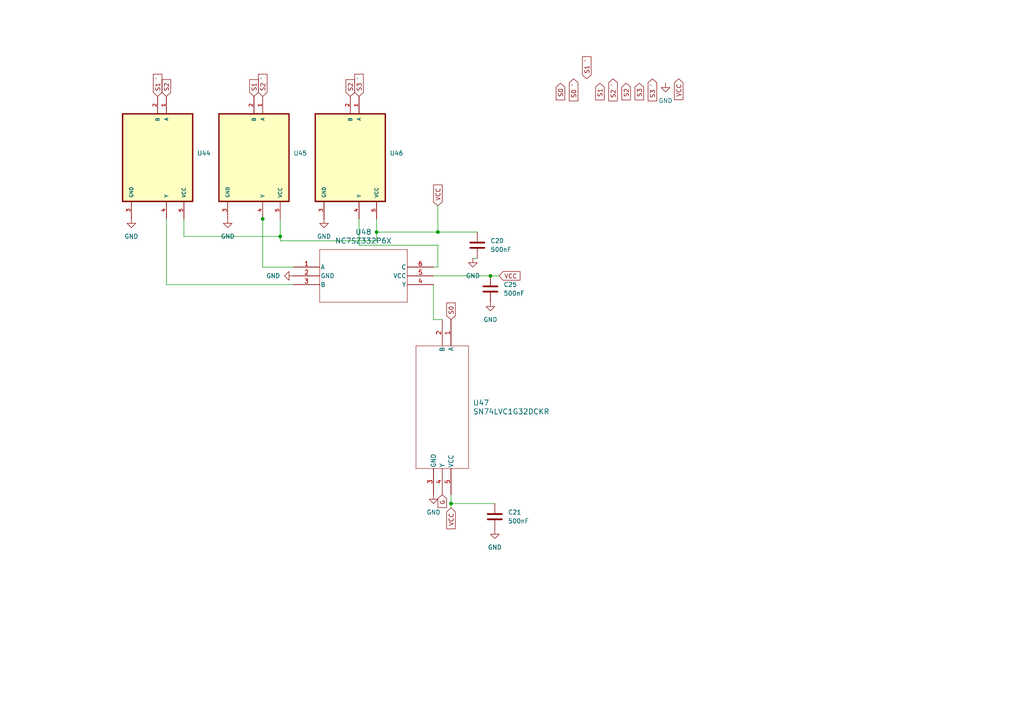
<source format=kicad_sch>
(kicad_sch
	(version 20231120)
	(generator "eeschema")
	(generator_version "8.0")
	(uuid "e82e00aa-c440-4f35-a70a-ee677fe30129")
	(paper "A4")
	(lib_symbols
		(symbol "2-INPUT AND:SN74LVC1G08DBVR"
			(pin_names
				(offset 1.016)
			)
			(exclude_from_sim no)
			(in_bom yes)
			(on_board yes)
			(property "Reference" "U"
				(at -12.7 11.16 0)
				(effects
					(font
						(size 1.27 1.27)
					)
					(justify left bottom)
				)
			)
			(property "Value" "SN74LVC1G08DBVR"
				(at -12.7 -14.16 0)
				(effects
					(font
						(size 1.27 1.27)
					)
					(justify left bottom)
				)
			)
			(property "Footprint" "SN74LVC1G08DBVR:SOT95P280X145-5N"
				(at 0 0 0)
				(effects
					(font
						(size 1.27 1.27)
					)
					(justify bottom)
					(hide yes)
				)
			)
			(property "Datasheet" ""
				(at 0 0 0)
				(effects
					(font
						(size 1.27 1.27)
					)
					(hide yes)
				)
			)
			(property "Description" ""
				(at 0 0 0)
				(effects
					(font
						(size 1.27 1.27)
					)
					(hide yes)
				)
			)
			(symbol "SN74LVC1G08DBVR_0_0"
				(rectangle
					(start -12.7 -10.16)
					(end 12.7 10.16)
					(stroke
						(width 0.41)
						(type default)
					)
					(fill
						(type background)
					)
				)
				(pin input line
					(at -17.78 2.54 0)
					(length 5.08)
					(name "A"
						(effects
							(font
								(size 1.016 1.016)
							)
						)
					)
					(number "1"
						(effects
							(font
								(size 1.016 1.016)
							)
						)
					)
				)
				(pin input line
					(at -17.78 0 0)
					(length 5.08)
					(name "B"
						(effects
							(font
								(size 1.016 1.016)
							)
						)
					)
					(number "2"
						(effects
							(font
								(size 1.016 1.016)
							)
						)
					)
				)
				(pin power_in line
					(at 17.78 -7.62 180)
					(length 5.08)
					(name "GND"
						(effects
							(font
								(size 1.016 1.016)
							)
						)
					)
					(number "3"
						(effects
							(font
								(size 1.016 1.016)
							)
						)
					)
				)
				(pin output line
					(at 17.78 2.54 180)
					(length 5.08)
					(name "Y"
						(effects
							(font
								(size 1.016 1.016)
							)
						)
					)
					(number "4"
						(effects
							(font
								(size 1.016 1.016)
							)
						)
					)
				)
				(pin power_in line
					(at 17.78 7.62 180)
					(length 5.08)
					(name "VCC"
						(effects
							(font
								(size 1.016 1.016)
							)
						)
					)
					(number "5"
						(effects
							(font
								(size 1.016 1.016)
							)
						)
					)
				)
			)
		)
		(symbol "2-INPUT OR:SN74LVC1G32DCKR"
			(pin_names
				(offset 0.254)
			)
			(exclude_from_sim no)
			(in_bom yes)
			(on_board yes)
			(property "Reference" "U"
				(at 25.4 10.16 0)
				(effects
					(font
						(size 1.524 1.524)
					)
				)
			)
			(property "Value" "SN74LVC1G32DCKR"
				(at 25.4 7.62 0)
				(effects
					(font
						(size 1.524 1.524)
					)
				)
			)
			(property "Footprint" "DCK5"
				(at 0 0 0)
				(effects
					(font
						(size 1.27 1.27)
						(italic yes)
					)
					(hide yes)
				)
			)
			(property "Datasheet" "SN74LVC1G32DCKR"
				(at 0 0 0)
				(effects
					(font
						(size 1.27 1.27)
						(italic yes)
					)
					(hide yes)
				)
			)
			(property "Description" ""
				(at 0 0 0)
				(effects
					(font
						(size 1.27 1.27)
					)
					(hide yes)
				)
			)
			(property "ki_locked" ""
				(at 0 0 0)
				(effects
					(font
						(size 1.27 1.27)
					)
				)
			)
			(property "ki_keywords" "SN74LVC1G32DCKR"
				(at 0 0 0)
				(effects
					(font
						(size 1.27 1.27)
					)
					(hide yes)
				)
			)
			(property "ki_fp_filters" "DCK5 DCK5-M DCK5-L"
				(at 0 0 0)
				(effects
					(font
						(size 1.27 1.27)
					)
					(hide yes)
				)
			)
			(symbol "SN74LVC1G32DCKR_0_1"
				(polyline
					(pts
						(xy 7.62 -10.16) (xy 43.18 -10.16)
					)
					(stroke
						(width 0.127)
						(type default)
					)
					(fill
						(type none)
					)
				)
				(polyline
					(pts
						(xy 7.62 5.08) (xy 7.62 -10.16)
					)
					(stroke
						(width 0.127)
						(type default)
					)
					(fill
						(type none)
					)
				)
				(polyline
					(pts
						(xy 43.18 -10.16) (xy 43.18 5.08)
					)
					(stroke
						(width 0.127)
						(type default)
					)
					(fill
						(type none)
					)
				)
				(polyline
					(pts
						(xy 43.18 5.08) (xy 7.62 5.08)
					)
					(stroke
						(width 0.127)
						(type default)
					)
					(fill
						(type none)
					)
				)
				(pin input line
					(at 0 0 0)
					(length 7.62)
					(name "A"
						(effects
							(font
								(size 1.27 1.27)
							)
						)
					)
					(number "1"
						(effects
							(font
								(size 1.27 1.27)
							)
						)
					)
				)
				(pin input line
					(at 0 -2.54 0)
					(length 7.62)
					(name "B"
						(effects
							(font
								(size 1.27 1.27)
							)
						)
					)
					(number "2"
						(effects
							(font
								(size 1.27 1.27)
							)
						)
					)
				)
				(pin power_in line
					(at 50.8 -5.08 180)
					(length 7.62)
					(name "GND"
						(effects
							(font
								(size 1.27 1.27)
							)
						)
					)
					(number "3"
						(effects
							(font
								(size 1.27 1.27)
							)
						)
					)
				)
				(pin output line
					(at 50.8 -2.54 180)
					(length 7.62)
					(name "Y"
						(effects
							(font
								(size 1.27 1.27)
							)
						)
					)
					(number "4"
						(effects
							(font
								(size 1.27 1.27)
							)
						)
					)
				)
				(pin power_in line
					(at 50.8 0 180)
					(length 7.62)
					(name "VCC"
						(effects
							(font
								(size 1.27 1.27)
							)
						)
					)
					(number "5"
						(effects
							(font
								(size 1.27 1.27)
							)
						)
					)
				)
			)
		)
		(symbol "3-INPUT OR:NC7SZ332P6X"
			(pin_names
				(offset 0.254)
			)
			(exclude_from_sim no)
			(in_bom yes)
			(on_board yes)
			(property "Reference" "U"
				(at 20.32 10.16 0)
				(effects
					(font
						(size 1.524 1.524)
					)
				)
			)
			(property "Value" "NC7SZ332P6X"
				(at 20.32 7.62 0)
				(effects
					(font
						(size 1.524 1.524)
					)
				)
			)
			(property "Footprint" "SC70-6_FAS"
				(at 0 0 0)
				(effects
					(font
						(size 1.27 1.27)
						(italic yes)
					)
					(hide yes)
				)
			)
			(property "Datasheet" "NC7SZ332P6X"
				(at 0 0 0)
				(effects
					(font
						(size 1.27 1.27)
						(italic yes)
					)
					(hide yes)
				)
			)
			(property "Description" ""
				(at 0 0 0)
				(effects
					(font
						(size 1.27 1.27)
					)
					(hide yes)
				)
			)
			(property "ki_locked" ""
				(at 0 0 0)
				(effects
					(font
						(size 1.27 1.27)
					)
				)
			)
			(property "ki_keywords" "NC7SZ332P6X"
				(at 0 0 0)
				(effects
					(font
						(size 1.27 1.27)
					)
					(hide yes)
				)
			)
			(property "ki_fp_filters" "SC70-6_FAS SC70-6_FAS-M SC70-6_FAS-L"
				(at 0 0 0)
				(effects
					(font
						(size 1.27 1.27)
					)
					(hide yes)
				)
			)
			(symbol "NC7SZ332P6X_0_1"
				(polyline
					(pts
						(xy 7.62 -10.16) (xy 33.02 -10.16)
					)
					(stroke
						(width 0.127)
						(type default)
					)
					(fill
						(type none)
					)
				)
				(polyline
					(pts
						(xy 7.62 5.08) (xy 7.62 -10.16)
					)
					(stroke
						(width 0.127)
						(type default)
					)
					(fill
						(type none)
					)
				)
				(polyline
					(pts
						(xy 33.02 -10.16) (xy 33.02 5.08)
					)
					(stroke
						(width 0.127)
						(type default)
					)
					(fill
						(type none)
					)
				)
				(polyline
					(pts
						(xy 33.02 5.08) (xy 7.62 5.08)
					)
					(stroke
						(width 0.127)
						(type default)
					)
					(fill
						(type none)
					)
				)
				(pin input line
					(at 0 0 0)
					(length 7.62)
					(name "A"
						(effects
							(font
								(size 1.27 1.27)
							)
						)
					)
					(number "1"
						(effects
							(font
								(size 1.27 1.27)
							)
						)
					)
				)
				(pin power_in line
					(at 0 -2.54 0)
					(length 7.62)
					(name "GND"
						(effects
							(font
								(size 1.27 1.27)
							)
						)
					)
					(number "2"
						(effects
							(font
								(size 1.27 1.27)
							)
						)
					)
				)
				(pin input line
					(at 0 -5.08 0)
					(length 7.62)
					(name "B"
						(effects
							(font
								(size 1.27 1.27)
							)
						)
					)
					(number "3"
						(effects
							(font
								(size 1.27 1.27)
							)
						)
					)
				)
				(pin output line
					(at 40.64 -5.08 180)
					(length 7.62)
					(name "Y"
						(effects
							(font
								(size 1.27 1.27)
							)
						)
					)
					(number "4"
						(effects
							(font
								(size 1.27 1.27)
							)
						)
					)
				)
				(pin power_in line
					(at 40.64 -2.54 180)
					(length 7.62)
					(name "VCC"
						(effects
							(font
								(size 1.27 1.27)
							)
						)
					)
					(number "5"
						(effects
							(font
								(size 1.27 1.27)
							)
						)
					)
				)
				(pin input line
					(at 40.64 0 180)
					(length 7.62)
					(name "C"
						(effects
							(font
								(size 1.27 1.27)
							)
						)
					)
					(number "6"
						(effects
							(font
								(size 1.27 1.27)
							)
						)
					)
				)
			)
		)
		(symbol "Device:C"
			(pin_numbers hide)
			(pin_names
				(offset 0.254)
			)
			(exclude_from_sim no)
			(in_bom yes)
			(on_board yes)
			(property "Reference" "C"
				(at 0.635 2.54 0)
				(effects
					(font
						(size 1.27 1.27)
					)
					(justify left)
				)
			)
			(property "Value" "C"
				(at 0.635 -2.54 0)
				(effects
					(font
						(size 1.27 1.27)
					)
					(justify left)
				)
			)
			(property "Footprint" ""
				(at 0.9652 -3.81 0)
				(effects
					(font
						(size 1.27 1.27)
					)
					(hide yes)
				)
			)
			(property "Datasheet" "~"
				(at 0 0 0)
				(effects
					(font
						(size 1.27 1.27)
					)
					(hide yes)
				)
			)
			(property "Description" "Unpolarized capacitor"
				(at 0 0 0)
				(effects
					(font
						(size 1.27 1.27)
					)
					(hide yes)
				)
			)
			(property "ki_keywords" "cap capacitor"
				(at 0 0 0)
				(effects
					(font
						(size 1.27 1.27)
					)
					(hide yes)
				)
			)
			(property "ki_fp_filters" "C_*"
				(at 0 0 0)
				(effects
					(font
						(size 1.27 1.27)
					)
					(hide yes)
				)
			)
			(symbol "C_0_1"
				(polyline
					(pts
						(xy -2.032 -0.762) (xy 2.032 -0.762)
					)
					(stroke
						(width 0.508)
						(type default)
					)
					(fill
						(type none)
					)
				)
				(polyline
					(pts
						(xy -2.032 0.762) (xy 2.032 0.762)
					)
					(stroke
						(width 0.508)
						(type default)
					)
					(fill
						(type none)
					)
				)
			)
			(symbol "C_1_1"
				(pin passive line
					(at 0 3.81 270)
					(length 2.794)
					(name "~"
						(effects
							(font
								(size 1.27 1.27)
							)
						)
					)
					(number "1"
						(effects
							(font
								(size 1.27 1.27)
							)
						)
					)
				)
				(pin passive line
					(at 0 -3.81 90)
					(length 2.794)
					(name "~"
						(effects
							(font
								(size 1.27 1.27)
							)
						)
					)
					(number "2"
						(effects
							(font
								(size 1.27 1.27)
							)
						)
					)
				)
			)
		)
		(symbol "power:GND"
			(power)
			(pin_numbers hide)
			(pin_names
				(offset 0) hide)
			(exclude_from_sim no)
			(in_bom yes)
			(on_board yes)
			(property "Reference" "#PWR"
				(at 0 -6.35 0)
				(effects
					(font
						(size 1.27 1.27)
					)
					(hide yes)
				)
			)
			(property "Value" "GND"
				(at 0 -3.81 0)
				(effects
					(font
						(size 1.27 1.27)
					)
				)
			)
			(property "Footprint" ""
				(at 0 0 0)
				(effects
					(font
						(size 1.27 1.27)
					)
					(hide yes)
				)
			)
			(property "Datasheet" ""
				(at 0 0 0)
				(effects
					(font
						(size 1.27 1.27)
					)
					(hide yes)
				)
			)
			(property "Description" "Power symbol creates a global label with name \"GND\" , ground"
				(at 0 0 0)
				(effects
					(font
						(size 1.27 1.27)
					)
					(hide yes)
				)
			)
			(property "ki_keywords" "global power"
				(at 0 0 0)
				(effects
					(font
						(size 1.27 1.27)
					)
					(hide yes)
				)
			)
			(symbol "GND_0_1"
				(polyline
					(pts
						(xy 0 0) (xy 0 -1.27) (xy 1.27 -1.27) (xy 0 -2.54) (xy -1.27 -1.27) (xy 0 -1.27)
					)
					(stroke
						(width 0)
						(type default)
					)
					(fill
						(type none)
					)
				)
			)
			(symbol "GND_1_1"
				(pin power_in line
					(at 0 0 270)
					(length 0)
					(name "~"
						(effects
							(font
								(size 1.27 1.27)
							)
						)
					)
					(number "1"
						(effects
							(font
								(size 1.27 1.27)
							)
						)
					)
				)
			)
		)
	)
	(junction
		(at 109.22 67.31)
		(diameter 0)
		(color 0 0 0 0)
		(uuid "358f45f6-91fb-4772-a50b-b156b0d302fc")
	)
	(junction
		(at 142.24 80.01)
		(diameter 0)
		(color 0 0 0 0)
		(uuid "74eadf22-22db-4411-b655-26c657e02ca1")
	)
	(junction
		(at 81.28 68.58)
		(diameter 0)
		(color 0 0 0 0)
		(uuid "93270f80-32e4-42ba-b421-bf265f6680eb")
	)
	(junction
		(at 76.2 63.5)
		(diameter 0)
		(color 0 0 0 0)
		(uuid "ddb318c7-4d9e-4bed-a04f-3ab4381e0b74")
	)
	(junction
		(at 130.81 146.05)
		(diameter 0)
		(color 0 0 0 0)
		(uuid "eaf35cc8-68e8-430f-911d-c44cf8a74ac4")
	)
	(junction
		(at 127 67.31)
		(diameter 0)
		(color 0 0 0 0)
		(uuid "f1e3e32c-9bd3-4531-b0c9-5511831deea9")
	)
	(wire
		(pts
			(xy 109.22 63.5) (xy 109.22 67.31)
		)
		(stroke
			(width 0)
			(type default)
		)
		(uuid "13fe4b47-3e0c-4ab0-9d6a-03b896433f39")
	)
	(wire
		(pts
			(xy 142.24 80.01) (xy 125.73 80.01)
		)
		(stroke
			(width 0)
			(type default)
		)
		(uuid "1fa20a0b-cf14-4fcb-be0f-69b28032b30b")
	)
	(wire
		(pts
			(xy 104.14 63.5) (xy 104.14 71.12)
		)
		(stroke
			(width 0)
			(type default)
		)
		(uuid "2ceb4073-0441-480b-89ce-f4573703ad06")
	)
	(wire
		(pts
			(xy 76.2 77.47) (xy 85.09 77.47)
		)
		(stroke
			(width 0)
			(type default)
		)
		(uuid "3044dd93-3b7f-471a-9781-9708cfd83b8e")
	)
	(wire
		(pts
			(xy 104.14 71.12) (xy 127 71.12)
		)
		(stroke
			(width 0)
			(type default)
		)
		(uuid "38ca2d35-1064-43f2-be34-27138f20e7aa")
	)
	(wire
		(pts
			(xy 127 77.47) (xy 125.73 77.47)
		)
		(stroke
			(width 0)
			(type default)
		)
		(uuid "3e25a4bf-d305-4b69-91cd-61b685f889c4")
	)
	(wire
		(pts
			(xy 125.73 92.71) (xy 128.27 92.71)
		)
		(stroke
			(width 0)
			(type default)
		)
		(uuid "4a933da5-2bac-4912-b614-6509d06cecc2")
	)
	(wire
		(pts
			(xy 109.22 67.31) (xy 127 67.31)
		)
		(stroke
			(width 0)
			(type default)
		)
		(uuid "5de54844-46e0-43fd-8d1e-b24e71b3bd3f")
	)
	(wire
		(pts
			(xy 127 71.12) (xy 127 77.47)
		)
		(stroke
			(width 0)
			(type default)
		)
		(uuid "6da5375f-2cad-4def-ae3c-ce01586570db")
	)
	(wire
		(pts
			(xy 130.81 143.51) (xy 130.81 146.05)
		)
		(stroke
			(width 0)
			(type default)
		)
		(uuid "81877286-4f9c-431a-a19b-5d3812872f11")
	)
	(wire
		(pts
			(xy 109.22 69.85) (xy 81.28 69.85)
		)
		(stroke
			(width 0)
			(type default)
		)
		(uuid "84261821-ebd5-4310-8bfe-0c998ebdcf30")
	)
	(wire
		(pts
			(xy 48.26 63.5) (xy 48.26 82.55)
		)
		(stroke
			(width 0)
			(type default)
		)
		(uuid "85db3da6-9622-4ff4-ae4a-506ef86b9b03")
	)
	(wire
		(pts
			(xy 48.26 82.55) (xy 85.09 82.55)
		)
		(stroke
			(width 0)
			(type default)
		)
		(uuid "8be7a063-7c23-4e94-84bb-22bbfbc2be22")
	)
	(wire
		(pts
			(xy 125.73 82.55) (xy 125.73 92.71)
		)
		(stroke
			(width 0)
			(type default)
		)
		(uuid "8efa58ad-6c37-4e73-b541-ef9cb9d3adef")
	)
	(wire
		(pts
			(xy 144.78 80.01) (xy 142.24 80.01)
		)
		(stroke
			(width 0)
			(type default)
		)
		(uuid "909792c2-198e-49a7-b372-f1708bcc1ea7")
	)
	(wire
		(pts
			(xy 127 67.31) (xy 138.43 67.31)
		)
		(stroke
			(width 0)
			(type default)
		)
		(uuid "964119d1-3b67-47a8-a666-38fb2e5ef699")
	)
	(wire
		(pts
			(xy 53.34 68.58) (xy 81.28 68.58)
		)
		(stroke
			(width 0)
			(type default)
		)
		(uuid "aa4f7068-d06c-4991-af95-d2c014bbacc6")
	)
	(wire
		(pts
			(xy 76.2 62.23) (xy 76.2 63.5)
		)
		(stroke
			(width 0)
			(type default)
		)
		(uuid "ad53e586-8215-417c-be96-7494766c131b")
	)
	(wire
		(pts
			(xy 53.34 63.5) (xy 53.34 68.58)
		)
		(stroke
			(width 0)
			(type default)
		)
		(uuid "b2a50601-8e88-442b-814a-09d069a8f111")
	)
	(wire
		(pts
			(xy 109.22 67.31) (xy 109.22 69.85)
		)
		(stroke
			(width 0)
			(type default)
		)
		(uuid "b32d4787-3758-4568-8b75-799ec9e994da")
	)
	(wire
		(pts
			(xy 127 59.69) (xy 127 67.31)
		)
		(stroke
			(width 0)
			(type default)
		)
		(uuid "baf92226-f59f-48ac-8cb4-23d4df3852c9")
	)
	(wire
		(pts
			(xy 130.81 146.05) (xy 130.81 147.32)
		)
		(stroke
			(width 0)
			(type default)
		)
		(uuid "bbcd1357-e3a1-484d-bab4-89d6313cfe62")
	)
	(wire
		(pts
			(xy 76.2 63.5) (xy 76.2 77.47)
		)
		(stroke
			(width 0)
			(type default)
		)
		(uuid "cd17e543-3b54-48b3-a1f2-4fd70e6ccaa1")
	)
	(wire
		(pts
			(xy 81.28 69.85) (xy 81.28 68.58)
		)
		(stroke
			(width 0)
			(type default)
		)
		(uuid "cf88051a-5508-4861-95f9-3ff56bac2fce")
	)
	(wire
		(pts
			(xy 138.43 74.93) (xy 137.16 74.93)
		)
		(stroke
			(width 0)
			(type default)
		)
		(uuid "cfd3287e-928d-4bd7-a5d4-ba415e52a26c")
	)
	(wire
		(pts
			(xy 81.28 68.58) (xy 81.28 63.5)
		)
		(stroke
			(width 0)
			(type default)
		)
		(uuid "cfd8f2a6-da8f-4a87-a136-38d9ee9f955f")
	)
	(wire
		(pts
			(xy 143.51 146.05) (xy 130.81 146.05)
		)
		(stroke
			(width 0)
			(type default)
		)
		(uuid "e40c7231-ee71-4d14-80cd-bda1063ee928")
	)
	(global_label "VCC"
		(shape input)
		(at 144.78 80.01 0)
		(fields_autoplaced yes)
		(effects
			(font
				(size 1.27 1.27)
			)
			(justify left)
		)
		(uuid "039077ee-03ee-48f7-9d57-4dfa4511d762")
		(property "Intersheetrefs" "${INTERSHEET_REFS}"
			(at 151.3938 80.01 0)
			(effects
				(font
					(size 1.27 1.27)
				)
				(justify left)
				(hide yes)
			)
		)
	)
	(global_label "S0"
		(shape input)
		(at 130.81 92.71 90)
		(fields_autoplaced yes)
		(effects
			(font
				(size 1.27 1.27)
			)
			(justify left)
		)
		(uuid "2e72b02e-1060-4800-a9b2-4a0d320e3433")
		(property "Intersheetrefs" "${INTERSHEET_REFS}"
			(at 130.81 87.3058 90)
			(effects
				(font
					(size 1.27 1.27)
				)
				(justify left)
				(hide yes)
			)
		)
	)
	(global_label "S3 '"
		(shape input)
		(at 104.14 27.94 90)
		(fields_autoplaced yes)
		(effects
			(font
				(size 1.27 1.27)
			)
			(justify left)
		)
		(uuid "38084211-b5ac-4e2f-8a23-1d82630e0b4a")
		(property "Intersheetrefs" "${INTERSHEET_REFS}"
			(at 104.14 20.9634 90)
			(effects
				(font
					(size 1.27 1.27)
				)
				(justify left)
				(hide yes)
			)
		)
	)
	(global_label "S1"
		(shape input)
		(at 173.99 24.13 270)
		(fields_autoplaced yes)
		(effects
			(font
				(size 1.27 1.27)
			)
			(justify right)
		)
		(uuid "45b8a274-378c-4cd0-9750-f78255d9cc8b")
		(property "Intersheetrefs" "${INTERSHEET_REFS}"
			(at 173.99 29.5342 90)
			(effects
				(font
					(size 1.27 1.27)
				)
				(justify right)
				(hide yes)
			)
		)
	)
	(global_label "S2"
		(shape input)
		(at 48.26 27.94 90)
		(fields_autoplaced yes)
		(effects
			(font
				(size 1.27 1.27)
			)
			(justify left)
		)
		(uuid "8ac19d04-7117-416b-90ed-0792e854988f")
		(property "Intersheetrefs" "${INTERSHEET_REFS}"
			(at 48.26 22.5358 90)
			(effects
				(font
					(size 1.27 1.27)
				)
				(justify left)
				(hide yes)
			)
		)
	)
	(global_label "S0"
		(shape input)
		(at 162.56 24.13 270)
		(fields_autoplaced yes)
		(effects
			(font
				(size 1.27 1.27)
			)
			(justify right)
		)
		(uuid "9cbd82d1-7a38-489a-8284-8a92009b0dfc")
		(property "Intersheetrefs" "${INTERSHEET_REFS}"
			(at 162.56 29.5342 90)
			(effects
				(font
					(size 1.27 1.27)
				)
				(justify right)
				(hide yes)
			)
		)
	)
	(global_label "S1"
		(shape input)
		(at 73.66 27.94 90)
		(fields_autoplaced yes)
		(effects
			(font
				(size 1.27 1.27)
			)
			(justify left)
		)
		(uuid "a2b58d5e-087d-4c1b-89d7-3537e94c8774")
		(property "Intersheetrefs" "${INTERSHEET_REFS}"
			(at 73.66 22.5358 90)
			(effects
				(font
					(size 1.27 1.27)
				)
				(justify left)
				(hide yes)
			)
		)
	)
	(global_label "VCC"
		(shape input)
		(at 127 59.69 90)
		(fields_autoplaced yes)
		(effects
			(font
				(size 1.27 1.27)
			)
			(justify left)
		)
		(uuid "b83015a4-6201-41a1-b3ea-7828d823c439")
		(property "Intersheetrefs" "${INTERSHEET_REFS}"
			(at 127 53.0762 90)
			(effects
				(font
					(size 1.27 1.27)
				)
				(justify left)
				(hide yes)
			)
		)
	)
	(global_label "S3 '"
		(shape input)
		(at 189.23 22.86 270)
		(fields_autoplaced yes)
		(effects
			(font
				(size 1.27 1.27)
			)
			(justify right)
		)
		(uuid "c9a846ec-f173-4cc5-a60b-23bd4814417a")
		(property "Intersheetrefs" "${INTERSHEET_REFS}"
			(at 189.23 29.8366 90)
			(effects
				(font
					(size 1.27 1.27)
				)
				(justify right)
				(hide yes)
			)
		)
	)
	(global_label "VCC"
		(shape input)
		(at 196.85 22.86 270)
		(fields_autoplaced yes)
		(effects
			(font
				(size 1.27 1.27)
			)
			(justify right)
		)
		(uuid "caaf404e-2ee1-4a1a-8077-6f6a32a9db32")
		(property "Intersheetrefs" "${INTERSHEET_REFS}"
			(at 196.85 29.4738 90)
			(effects
				(font
					(size 1.27 1.27)
				)
				(justify right)
				(hide yes)
			)
		)
	)
	(global_label "S1 '"
		(shape input)
		(at 170.18 22.86 90)
		(fields_autoplaced yes)
		(effects
			(font
				(size 1.27 1.27)
			)
			(justify left)
		)
		(uuid "d3375f36-fdcd-4b62-973a-01083b05ed31")
		(property "Intersheetrefs" "${INTERSHEET_REFS}"
			(at 170.18 15.8834 90)
			(effects
				(font
					(size 1.27 1.27)
				)
				(justify left)
				(hide yes)
			)
		)
	)
	(global_label "S0 '"
		(shape input)
		(at 166.37 22.86 270)
		(fields_autoplaced yes)
		(effects
			(font
				(size 1.27 1.27)
			)
			(justify right)
		)
		(uuid "d64e8d64-27fd-4e38-8316-8cb0a5c54c43")
		(property "Intersheetrefs" "${INTERSHEET_REFS}"
			(at 166.37 29.8366 90)
			(effects
				(font
					(size 1.27 1.27)
				)
				(justify right)
				(hide yes)
			)
		)
	)
	(global_label "S2 '"
		(shape input)
		(at 76.2 27.94 90)
		(fields_autoplaced yes)
		(effects
			(font
				(size 1.27 1.27)
			)
			(justify left)
		)
		(uuid "dbb16d1c-ec8e-467f-959e-ac75d4ebde2a")
		(property "Intersheetrefs" "${INTERSHEET_REFS}"
			(at 76.2 20.9634 90)
			(effects
				(font
					(size 1.27 1.27)
				)
				(justify left)
				(hide yes)
			)
		)
	)
	(global_label "S2 '"
		(shape input)
		(at 177.8 22.86 270)
		(fields_autoplaced yes)
		(effects
			(font
				(size 1.27 1.27)
			)
			(justify right)
		)
		(uuid "dbbcd3e0-b515-48ec-ac7a-8c3b32072763")
		(property "Intersheetrefs" "${INTERSHEET_REFS}"
			(at 177.8 29.8366 90)
			(effects
				(font
					(size 1.27 1.27)
				)
				(justify right)
				(hide yes)
			)
		)
	)
	(global_label "S1 '"
		(shape input)
		(at 45.72 27.94 90)
		(fields_autoplaced yes)
		(effects
			(font
				(size 1.27 1.27)
			)
			(justify left)
		)
		(uuid "de641226-4ff2-4d9a-a4ef-83a56fcc28fc")
		(property "Intersheetrefs" "${INTERSHEET_REFS}"
			(at 45.72 20.9634 90)
			(effects
				(font
					(size 1.27 1.27)
				)
				(justify left)
				(hide yes)
			)
		)
	)
	(global_label "S2"
		(shape input)
		(at 101.6 27.94 90)
		(fields_autoplaced yes)
		(effects
			(font
				(size 1.27 1.27)
			)
			(justify left)
		)
		(uuid "e47f9b94-7be3-4904-9be9-3f4ec70dc447")
		(property "Intersheetrefs" "${INTERSHEET_REFS}"
			(at 101.6 22.5358 90)
			(effects
				(font
					(size 1.27 1.27)
				)
				(justify left)
				(hide yes)
			)
		)
	)
	(global_label "S2"
		(shape input)
		(at 181.61 24.13 270)
		(fields_autoplaced yes)
		(effects
			(font
				(size 1.27 1.27)
			)
			(justify right)
		)
		(uuid "f685967d-20aa-4b0a-8716-d0e61f710e33")
		(property "Intersheetrefs" "${INTERSHEET_REFS}"
			(at 181.61 29.5342 90)
			(effects
				(font
					(size 1.27 1.27)
				)
				(justify right)
				(hide yes)
			)
		)
	)
	(global_label "VCC"
		(shape input)
		(at 130.81 147.32 270)
		(fields_autoplaced yes)
		(effects
			(font
				(size 1.27 1.27)
			)
			(justify right)
		)
		(uuid "f77b99f8-ca2d-4f18-8743-a66cdc06dc2f")
		(property "Intersheetrefs" "${INTERSHEET_REFS}"
			(at 130.81 153.9338 90)
			(effects
				(font
					(size 1.27 1.27)
				)
				(justify right)
				(hide yes)
			)
		)
	)
	(global_label "S3"
		(shape input)
		(at 185.42 24.13 270)
		(fields_autoplaced yes)
		(effects
			(font
				(size 1.27 1.27)
			)
			(justify right)
		)
		(uuid "fad49462-4149-44b7-aeee-8611bdb2965b")
		(property "Intersheetrefs" "${INTERSHEET_REFS}"
			(at 185.42 29.5342 90)
			(effects
				(font
					(size 1.27 1.27)
				)
				(justify right)
				(hide yes)
			)
		)
	)
	(global_label "G"
		(shape input)
		(at 128.27 143.51 270)
		(fields_autoplaced yes)
		(effects
			(font
				(size 1.27 1.27)
			)
			(justify right)
		)
		(uuid "fbc8249e-adb8-4bd2-b5b1-44e0aa14e6b1")
		(property "Intersheetrefs" "${INTERSHEET_REFS}"
			(at 128.27 147.7652 90)
			(effects
				(font
					(size 1.27 1.27)
				)
				(justify right)
				(hide yes)
			)
		)
	)
	(symbol
		(lib_id "Device:C")
		(at 142.24 83.82 180)
		(unit 1)
		(exclude_from_sim no)
		(in_bom yes)
		(on_board yes)
		(dnp no)
		(fields_autoplaced yes)
		(uuid "1eaa0b07-6005-4cb8-bc50-93bb27c2739c")
		(property "Reference" "C25"
			(at 146.05 82.5499 0)
			(effects
				(font
					(size 1.27 1.27)
				)
				(justify right)
			)
		)
		(property "Value" "500nF"
			(at 146.05 85.0899 0)
			(effects
				(font
					(size 1.27 1.27)
				)
				(justify right)
			)
		)
		(property "Footprint" "Capacitor_SMD:C_0603_1608Metric_Pad1.08x0.95mm_HandSolder"
			(at 141.2748 80.01 0)
			(effects
				(font
					(size 1.27 1.27)
				)
				(hide yes)
			)
		)
		(property "Datasheet" "~"
			(at 142.24 83.82 0)
			(effects
				(font
					(size 1.27 1.27)
				)
				(hide yes)
			)
		)
		(property "Description" "Unpolarized capacitor"
			(at 142.24 83.82 0)
			(effects
				(font
					(size 1.27 1.27)
				)
				(hide yes)
			)
		)
		(pin "1"
			(uuid "b7d90463-df51-4ede-aed9-f0bf796c63b7")
		)
		(pin "2"
			(uuid "dfc23390-142f-4695-b7f6-418327babc2b")
		)
		(instances
			(project "4 Bit - Seven Seg Interface"
				(path "/70a3617d-b021-4325-807b-315f214c30c6/4e9c5c47-d093-48d2-b1e1-f88fccd29d67/85a8d2cd-0473-4ff8-bf9f-703b083748e3"
					(reference "C25")
					(unit 1)
				)
			)
		)
	)
	(symbol
		(lib_id "power:GND")
		(at 125.73 143.51 0)
		(unit 1)
		(exclude_from_sim no)
		(in_bom yes)
		(on_board yes)
		(dnp no)
		(fields_autoplaced yes)
		(uuid "2610278e-5692-477c-aa53-dd9659ef8bd2")
		(property "Reference" "#PWR087"
			(at 125.73 149.86 0)
			(effects
				(font
					(size 1.27 1.27)
				)
				(hide yes)
			)
		)
		(property "Value" "GND"
			(at 125.73 148.59 0)
			(effects
				(font
					(size 1.27 1.27)
				)
			)
		)
		(property "Footprint" ""
			(at 125.73 143.51 0)
			(effects
				(font
					(size 1.27 1.27)
				)
				(hide yes)
			)
		)
		(property "Datasheet" ""
			(at 125.73 143.51 0)
			(effects
				(font
					(size 1.27 1.27)
				)
				(hide yes)
			)
		)
		(property "Description" "Power symbol creates a global label with name \"GND\" , ground"
			(at 125.73 143.51 0)
			(effects
				(font
					(size 1.27 1.27)
				)
				(hide yes)
			)
		)
		(pin "1"
			(uuid "2fbf3e0c-c953-4574-9f96-a766a9d5ed61")
		)
		(instances
			(project "4 Bit - Seven Seg Interface"
				(path "/70a3617d-b021-4325-807b-315f214c30c6/4e9c5c47-d093-48d2-b1e1-f88fccd29d67/85a8d2cd-0473-4ff8-bf9f-703b083748e3"
					(reference "#PWR087")
					(unit 1)
				)
			)
		)
	)
	(symbol
		(lib_id "power:GND")
		(at 66.04 63.5 0)
		(unit 1)
		(exclude_from_sim no)
		(in_bom yes)
		(on_board yes)
		(dnp no)
		(fields_autoplaced yes)
		(uuid "2cb0b043-dd56-4b5a-b4f1-e7b0ae6e545b")
		(property "Reference" "#PWR084"
			(at 66.04 69.85 0)
			(effects
				(font
					(size 1.27 1.27)
				)
				(hide yes)
			)
		)
		(property "Value" "GND"
			(at 66.04 68.58 0)
			(effects
				(font
					(size 1.27 1.27)
				)
			)
		)
		(property "Footprint" ""
			(at 66.04 63.5 0)
			(effects
				(font
					(size 1.27 1.27)
				)
				(hide yes)
			)
		)
		(property "Datasheet" ""
			(at 66.04 63.5 0)
			(effects
				(font
					(size 1.27 1.27)
				)
				(hide yes)
			)
		)
		(property "Description" "Power symbol creates a global label with name \"GND\" , ground"
			(at 66.04 63.5 0)
			(effects
				(font
					(size 1.27 1.27)
				)
				(hide yes)
			)
		)
		(pin "1"
			(uuid "7485afe5-9987-4948-b9e1-523ea1fa01cd")
		)
		(instances
			(project "4 Bit - Seven Seg Interface"
				(path "/70a3617d-b021-4325-807b-315f214c30c6/4e9c5c47-d093-48d2-b1e1-f88fccd29d67/85a8d2cd-0473-4ff8-bf9f-703b083748e3"
					(reference "#PWR084")
					(unit 1)
				)
			)
		)
	)
	(symbol
		(lib_id "Device:C")
		(at 143.51 149.86 180)
		(unit 1)
		(exclude_from_sim no)
		(in_bom yes)
		(on_board yes)
		(dnp no)
		(fields_autoplaced yes)
		(uuid "2e90175d-0625-4fd1-b03f-525a065927f4")
		(property "Reference" "C21"
			(at 147.32 148.5899 0)
			(effects
				(font
					(size 1.27 1.27)
				)
				(justify right)
			)
		)
		(property "Value" "500nF"
			(at 147.32 151.1299 0)
			(effects
				(font
					(size 1.27 1.27)
				)
				(justify right)
			)
		)
		(property "Footprint" "Capacitor_SMD:C_0603_1608Metric_Pad1.08x0.95mm_HandSolder"
			(at 142.5448 146.05 0)
			(effects
				(font
					(size 1.27 1.27)
				)
				(hide yes)
			)
		)
		(property "Datasheet" "~"
			(at 143.51 149.86 0)
			(effects
				(font
					(size 1.27 1.27)
				)
				(hide yes)
			)
		)
		(property "Description" "Unpolarized capacitor"
			(at 143.51 149.86 0)
			(effects
				(font
					(size 1.27 1.27)
				)
				(hide yes)
			)
		)
		(pin "1"
			(uuid "2f42b8a4-a687-4cdb-8bbf-d80531650aa9")
		)
		(pin "2"
			(uuid "7468e1cc-1049-477d-85ba-44c0d613249b")
		)
		(instances
			(project "4 Bit - Seven Seg Interface"
				(path "/70a3617d-b021-4325-807b-315f214c30c6/4e9c5c47-d093-48d2-b1e1-f88fccd29d67/85a8d2cd-0473-4ff8-bf9f-703b083748e3"
					(reference "C21")
					(unit 1)
				)
			)
		)
	)
	(symbol
		(lib_id "2-INPUT OR:SN74LVC1G32DCKR")
		(at 130.81 92.71 270)
		(unit 1)
		(exclude_from_sim no)
		(in_bom yes)
		(on_board yes)
		(dnp no)
		(fields_autoplaced yes)
		(uuid "3f704d23-8f81-4ea0-be71-78e42e92efa4")
		(property "Reference" "U47"
			(at 137.16 116.8399 90)
			(effects
				(font
					(size 1.524 1.524)
				)
				(justify left)
			)
		)
		(property "Value" "SN74LVC1G32DCKR"
			(at 137.16 119.3799 90)
			(effects
				(font
					(size 1.524 1.524)
				)
				(justify left)
			)
		)
		(property "Footprint" "LOGIC:2-INPUT OR"
			(at 130.81 92.71 0)
			(effects
				(font
					(size 1.27 1.27)
					(italic yes)
				)
				(hide yes)
			)
		)
		(property "Datasheet" "SN74LVC1G32DCKR"
			(at 130.81 92.71 0)
			(effects
				(font
					(size 1.27 1.27)
					(italic yes)
				)
				(hide yes)
			)
		)
		(property "Description" ""
			(at 130.81 92.71 0)
			(effects
				(font
					(size 1.27 1.27)
				)
				(hide yes)
			)
		)
		(pin "2"
			(uuid "ed101057-f012-47c5-90fa-749c1626c882")
		)
		(pin "4"
			(uuid "a94abc1f-ad22-414a-884f-c51bf0f94af8")
		)
		(pin "5"
			(uuid "6ab098fe-0add-4add-a9e8-def69f34391c")
		)
		(pin "3"
			(uuid "95fb658d-fc9b-47d4-8f1e-65d532e5f06f")
		)
		(pin "1"
			(uuid "7224f5d4-a864-4122-b039-9f2ed2ac8ce1")
		)
		(instances
			(project "4 Bit - Seven Seg Interface"
				(path "/70a3617d-b021-4325-807b-315f214c30c6/4e9c5c47-d093-48d2-b1e1-f88fccd29d67/85a8d2cd-0473-4ff8-bf9f-703b083748e3"
					(reference "U47")
					(unit 1)
				)
			)
		)
	)
	(symbol
		(lib_id "power:GND")
		(at 38.1 63.5 0)
		(unit 1)
		(exclude_from_sim no)
		(in_bom yes)
		(on_board yes)
		(dnp no)
		(fields_autoplaced yes)
		(uuid "599d4490-8d86-465f-8416-c36ec8f8e96a")
		(property "Reference" "#PWR083"
			(at 38.1 69.85 0)
			(effects
				(font
					(size 1.27 1.27)
				)
				(hide yes)
			)
		)
		(property "Value" "GND"
			(at 38.1 68.58 0)
			(effects
				(font
					(size 1.27 1.27)
				)
			)
		)
		(property "Footprint" ""
			(at 38.1 63.5 0)
			(effects
				(font
					(size 1.27 1.27)
				)
				(hide yes)
			)
		)
		(property "Datasheet" ""
			(at 38.1 63.5 0)
			(effects
				(font
					(size 1.27 1.27)
				)
				(hide yes)
			)
		)
		(property "Description" "Power symbol creates a global label with name \"GND\" , ground"
			(at 38.1 63.5 0)
			(effects
				(font
					(size 1.27 1.27)
				)
				(hide yes)
			)
		)
		(pin "1"
			(uuid "4a6f24c8-b63e-4f82-808e-55ece3213287")
		)
		(instances
			(project "4 Bit - Seven Seg Interface"
				(path "/70a3617d-b021-4325-807b-315f214c30c6/4e9c5c47-d093-48d2-b1e1-f88fccd29d67/85a8d2cd-0473-4ff8-bf9f-703b083748e3"
					(reference "#PWR083")
					(unit 1)
				)
			)
		)
	)
	(symbol
		(lib_id "power:GND")
		(at 85.09 80.01 270)
		(unit 1)
		(exclude_from_sim no)
		(in_bom yes)
		(on_board yes)
		(dnp no)
		(fields_autoplaced yes)
		(uuid "60b53de3-ece5-4620-9ee7-c7b371ff5963")
		(property "Reference" "#PWR085"
			(at 78.74 80.01 0)
			(effects
				(font
					(size 1.27 1.27)
				)
				(hide yes)
			)
		)
		(property "Value" "GND"
			(at 81.28 80.0099 90)
			(effects
				(font
					(size 1.27 1.27)
				)
				(justify right)
			)
		)
		(property "Footprint" ""
			(at 85.09 80.01 0)
			(effects
				(font
					(size 1.27 1.27)
				)
				(hide yes)
			)
		)
		(property "Datasheet" ""
			(at 85.09 80.01 0)
			(effects
				(font
					(size 1.27 1.27)
				)
				(hide yes)
			)
		)
		(property "Description" "Power symbol creates a global label with name \"GND\" , ground"
			(at 85.09 80.01 0)
			(effects
				(font
					(size 1.27 1.27)
				)
				(hide yes)
			)
		)
		(pin "1"
			(uuid "2b61fed5-61c2-44d4-88db-fde4f7b2597c")
		)
		(instances
			(project "4 Bit - Seven Seg Interface"
				(path "/70a3617d-b021-4325-807b-315f214c30c6/4e9c5c47-d093-48d2-b1e1-f88fccd29d67/85a8d2cd-0473-4ff8-bf9f-703b083748e3"
					(reference "#PWR085")
					(unit 1)
				)
			)
		)
	)
	(symbol
		(lib_id "power:GND")
		(at 193.04 24.13 0)
		(unit 1)
		(exclude_from_sim no)
		(in_bom yes)
		(on_board yes)
		(dnp no)
		(fields_autoplaced yes)
		(uuid "6366ddca-6063-4399-bb04-86d3953431b5")
		(property "Reference" "#PWR081"
			(at 193.04 30.48 0)
			(effects
				(font
					(size 1.27 1.27)
				)
				(hide yes)
			)
		)
		(property "Value" "GND"
			(at 193.04 29.21 0)
			(effects
				(font
					(size 1.27 1.27)
				)
			)
		)
		(property "Footprint" ""
			(at 193.04 24.13 0)
			(effects
				(font
					(size 1.27 1.27)
				)
				(hide yes)
			)
		)
		(property "Datasheet" ""
			(at 193.04 24.13 0)
			(effects
				(font
					(size 1.27 1.27)
				)
				(hide yes)
			)
		)
		(property "Description" "Power symbol creates a global label with name \"GND\" , ground"
			(at 193.04 24.13 0)
			(effects
				(font
					(size 1.27 1.27)
				)
				(hide yes)
			)
		)
		(pin "1"
			(uuid "ebf5faa1-f220-467b-8422-0c248cb1c4ad")
		)
		(instances
			(project "4 Bit - Seven Seg Interface"
				(path "/70a3617d-b021-4325-807b-315f214c30c6/4e9c5c47-d093-48d2-b1e1-f88fccd29d67/85a8d2cd-0473-4ff8-bf9f-703b083748e3"
					(reference "#PWR081")
					(unit 1)
				)
			)
		)
	)
	(symbol
		(lib_id "power:GND")
		(at 137.16 74.93 0)
		(unit 1)
		(exclude_from_sim no)
		(in_bom yes)
		(on_board yes)
		(dnp no)
		(fields_autoplaced yes)
		(uuid "728bf210-1b3b-4e94-9ae4-c492cfc8dab2")
		(property "Reference" "#PWR086"
			(at 137.16 81.28 0)
			(effects
				(font
					(size 1.27 1.27)
				)
				(hide yes)
			)
		)
		(property "Value" "GND"
			(at 137.16 80.01 0)
			(effects
				(font
					(size 1.27 1.27)
				)
			)
		)
		(property "Footprint" ""
			(at 137.16 74.93 0)
			(effects
				(font
					(size 1.27 1.27)
				)
				(hide yes)
			)
		)
		(property "Datasheet" ""
			(at 137.16 74.93 0)
			(effects
				(font
					(size 1.27 1.27)
				)
				(hide yes)
			)
		)
		(property "Description" "Power symbol creates a global label with name \"GND\" , ground"
			(at 137.16 74.93 0)
			(effects
				(font
					(size 1.27 1.27)
				)
				(hide yes)
			)
		)
		(pin "1"
			(uuid "4ad1b4e3-7cac-4ffb-95d2-457ee42e48aa")
		)
		(instances
			(project "4 Bit - Seven Seg Interface"
				(path "/70a3617d-b021-4325-807b-315f214c30c6/4e9c5c47-d093-48d2-b1e1-f88fccd29d67/85a8d2cd-0473-4ff8-bf9f-703b083748e3"
					(reference "#PWR086")
					(unit 1)
				)
			)
		)
	)
	(symbol
		(lib_id "2-INPUT AND:SN74LVC1G08DBVR")
		(at 101.6 45.72 270)
		(unit 1)
		(exclude_from_sim no)
		(in_bom yes)
		(on_board yes)
		(dnp no)
		(fields_autoplaced yes)
		(uuid "9fd2dfc7-f79f-4fa9-b71e-c325fbf9e48f")
		(property "Reference" "U46"
			(at 113.03 44.4499 90)
			(effects
				(font
					(size 1.27 1.27)
				)
				(justify left)
			)
		)
		(property "Value" "SN74LVC1G08DBVR"
			(at 113.03 46.9899 90)
			(effects
				(font
					(size 1.27 1.27)
				)
				(justify left)
				(hide yes)
			)
		)
		(property "Footprint" "LOGIC:SOT95P280X145-5N"
			(at 101.6 45.72 0)
			(effects
				(font
					(size 1.27 1.27)
				)
				(justify bottom)
				(hide yes)
			)
		)
		(property "Datasheet" ""
			(at 101.6 45.72 0)
			(effects
				(font
					(size 1.27 1.27)
				)
				(hide yes)
			)
		)
		(property "Description" ""
			(at 101.6 45.72 0)
			(effects
				(font
					(size 1.27 1.27)
				)
				(hide yes)
			)
		)
		(pin "2"
			(uuid "fd22d8ba-54b5-43fb-8897-366acf4bdad7")
		)
		(pin "4"
			(uuid "0a973b2d-a595-4abd-8421-5644a5df4a76")
		)
		(pin "5"
			(uuid "545cbb0d-95c0-439e-8908-194b737f1b84")
		)
		(pin "1"
			(uuid "ca75d646-9514-476b-85fd-636fe1074107")
		)
		(pin "3"
			(uuid "9e3271cd-9e68-4af3-8ce4-e764622c0e63")
		)
		(instances
			(project "4 Bit - Seven Seg Interface"
				(path "/70a3617d-b021-4325-807b-315f214c30c6/4e9c5c47-d093-48d2-b1e1-f88fccd29d67/85a8d2cd-0473-4ff8-bf9f-703b083748e3"
					(reference "U46")
					(unit 1)
				)
			)
		)
	)
	(symbol
		(lib_id "power:GND")
		(at 143.51 153.67 0)
		(unit 1)
		(exclude_from_sim no)
		(in_bom yes)
		(on_board yes)
		(dnp no)
		(fields_autoplaced yes)
		(uuid "a1153116-b6cd-4682-9769-6a8bc2fa14e2")
		(property "Reference" "#PWR088"
			(at 143.51 160.02 0)
			(effects
				(font
					(size 1.27 1.27)
				)
				(hide yes)
			)
		)
		(property "Value" "GND"
			(at 143.51 158.75 0)
			(effects
				(font
					(size 1.27 1.27)
				)
			)
		)
		(property "Footprint" ""
			(at 143.51 153.67 0)
			(effects
				(font
					(size 1.27 1.27)
				)
				(hide yes)
			)
		)
		(property "Datasheet" ""
			(at 143.51 153.67 0)
			(effects
				(font
					(size 1.27 1.27)
				)
				(hide yes)
			)
		)
		(property "Description" "Power symbol creates a global label with name \"GND\" , ground"
			(at 143.51 153.67 0)
			(effects
				(font
					(size 1.27 1.27)
				)
				(hide yes)
			)
		)
		(pin "1"
			(uuid "a579a305-4a9b-4673-a41c-bf288e191ac2")
		)
		(instances
			(project "4 Bit - Seven Seg Interface"
				(path "/70a3617d-b021-4325-807b-315f214c30c6/4e9c5c47-d093-48d2-b1e1-f88fccd29d67/85a8d2cd-0473-4ff8-bf9f-703b083748e3"
					(reference "#PWR088")
					(unit 1)
				)
			)
		)
	)
	(symbol
		(lib_id "2-INPUT AND:SN74LVC1G08DBVR")
		(at 73.66 45.72 270)
		(unit 1)
		(exclude_from_sim no)
		(in_bom yes)
		(on_board yes)
		(dnp no)
		(fields_autoplaced yes)
		(uuid "a3c2e08e-afc1-4867-8ac8-bac27120d7da")
		(property "Reference" "U45"
			(at 85.09 44.4499 90)
			(effects
				(font
					(size 1.27 1.27)
				)
				(justify left)
			)
		)
		(property "Value" "SN74LVC1G08DBVR"
			(at 85.09 46.9899 90)
			(effects
				(font
					(size 1.27 1.27)
				)
				(justify left)
				(hide yes)
			)
		)
		(property "Footprint" "LOGIC:SOT95P280X145-5N"
			(at 73.66 45.72 0)
			(effects
				(font
					(size 1.27 1.27)
				)
				(justify bottom)
				(hide yes)
			)
		)
		(property "Datasheet" ""
			(at 73.66 45.72 0)
			(effects
				(font
					(size 1.27 1.27)
				)
				(hide yes)
			)
		)
		(property "Description" ""
			(at 73.66 45.72 0)
			(effects
				(font
					(size 1.27 1.27)
				)
				(hide yes)
			)
		)
		(pin "2"
			(uuid "c5fe651c-0c19-4360-bc59-f57a1accfc8a")
		)
		(pin "4"
			(uuid "412ad5e1-4b2a-429c-be06-f97ecbdfca28")
		)
		(pin "5"
			(uuid "ef152b6e-12ba-4f3a-9c43-a495edf0bb06")
		)
		(pin "1"
			(uuid "6f5409d3-2e6e-4ca0-a632-4fee8339ac36")
		)
		(pin "3"
			(uuid "0449dd6d-29a0-477b-97a9-61a1b47a3512")
		)
		(instances
			(project "4 Bit - Seven Seg Interface"
				(path "/70a3617d-b021-4325-807b-315f214c30c6/4e9c5c47-d093-48d2-b1e1-f88fccd29d67/85a8d2cd-0473-4ff8-bf9f-703b083748e3"
					(reference "U45")
					(unit 1)
				)
			)
		)
	)
	(symbol
		(lib_id "2-INPUT AND:SN74LVC1G08DBVR")
		(at 45.72 45.72 270)
		(unit 1)
		(exclude_from_sim no)
		(in_bom yes)
		(on_board yes)
		(dnp no)
		(fields_autoplaced yes)
		(uuid "a411deeb-76ab-4781-9ea7-a390133e2c50")
		(property "Reference" "U44"
			(at 57.15 44.4499 90)
			(effects
				(font
					(size 1.27 1.27)
				)
				(justify left)
			)
		)
		(property "Value" "SN74LVC1G08DBVR"
			(at 57.15 46.9899 90)
			(effects
				(font
					(size 1.27 1.27)
				)
				(justify left)
				(hide yes)
			)
		)
		(property "Footprint" "LOGIC:SOT95P280X145-5N"
			(at 45.72 45.72 0)
			(effects
				(font
					(size 1.27 1.27)
				)
				(justify bottom)
				(hide yes)
			)
		)
		(property "Datasheet" ""
			(at 45.72 45.72 0)
			(effects
				(font
					(size 1.27 1.27)
				)
				(hide yes)
			)
		)
		(property "Description" ""
			(at 45.72 45.72 0)
			(effects
				(font
					(size 1.27 1.27)
				)
				(hide yes)
			)
		)
		(pin "2"
			(uuid "45502bf6-cf88-45c3-ac6c-b08e1416ca4f")
		)
		(pin "4"
			(uuid "0f8e6433-79e8-406b-a2ea-f44f46478557")
		)
		(pin "5"
			(uuid "c2af813f-6a80-4642-b79d-ff600609d2ab")
		)
		(pin "1"
			(uuid "68f7a910-719c-4371-ab79-98df90699927")
		)
		(pin "3"
			(uuid "c319d9a1-707f-43c4-bfa6-2e50b4cbad0f")
		)
		(instances
			(project "4 Bit - Seven Seg Interface"
				(path "/70a3617d-b021-4325-807b-315f214c30c6/4e9c5c47-d093-48d2-b1e1-f88fccd29d67/85a8d2cd-0473-4ff8-bf9f-703b083748e3"
					(reference "U44")
					(unit 1)
				)
			)
		)
	)
	(symbol
		(lib_id "power:GND")
		(at 142.24 87.63 0)
		(unit 1)
		(exclude_from_sim no)
		(in_bom yes)
		(on_board yes)
		(dnp no)
		(fields_autoplaced yes)
		(uuid "a6a99b0c-5a22-4272-8018-db783110a23a")
		(property "Reference" "#PWR092"
			(at 142.24 93.98 0)
			(effects
				(font
					(size 1.27 1.27)
				)
				(hide yes)
			)
		)
		(property "Value" "GND"
			(at 142.24 92.71 0)
			(effects
				(font
					(size 1.27 1.27)
				)
			)
		)
		(property "Footprint" ""
			(at 142.24 87.63 0)
			(effects
				(font
					(size 1.27 1.27)
				)
				(hide yes)
			)
		)
		(property "Datasheet" ""
			(at 142.24 87.63 0)
			(effects
				(font
					(size 1.27 1.27)
				)
				(hide yes)
			)
		)
		(property "Description" "Power symbol creates a global label with name \"GND\" , ground"
			(at 142.24 87.63 0)
			(effects
				(font
					(size 1.27 1.27)
				)
				(hide yes)
			)
		)
		(pin "1"
			(uuid "7787c2f6-3122-4fdb-ba87-5bc631ee807b")
		)
		(instances
			(project "4 Bit - Seven Seg Interface"
				(path "/70a3617d-b021-4325-807b-315f214c30c6/4e9c5c47-d093-48d2-b1e1-f88fccd29d67/85a8d2cd-0473-4ff8-bf9f-703b083748e3"
					(reference "#PWR092")
					(unit 1)
				)
			)
		)
	)
	(symbol
		(lib_id "3-INPUT OR:NC7SZ332P6X")
		(at 85.09 77.47 0)
		(unit 1)
		(exclude_from_sim no)
		(in_bom yes)
		(on_board yes)
		(dnp no)
		(fields_autoplaced yes)
		(uuid "bcc765fd-acf6-45aa-a818-317dff43c78b")
		(property "Reference" "U48"
			(at 105.41 67.31 0)
			(effects
				(font
					(size 1.524 1.524)
				)
			)
		)
		(property "Value" "NC7SZ332P6X"
			(at 105.41 69.85 0)
			(effects
				(font
					(size 1.524 1.524)
				)
			)
		)
		(property "Footprint" "LOGIC:3-INPUT OR"
			(at 85.09 77.47 0)
			(effects
				(font
					(size 1.27 1.27)
					(italic yes)
				)
				(hide yes)
			)
		)
		(property "Datasheet" "NC7SZ332P6X"
			(at 85.09 77.47 0)
			(effects
				(font
					(size 1.27 1.27)
					(italic yes)
				)
				(hide yes)
			)
		)
		(property "Description" ""
			(at 85.09 77.47 0)
			(effects
				(font
					(size 1.27 1.27)
				)
				(hide yes)
			)
		)
		(pin "6"
			(uuid "5d106205-0585-4119-8069-f62d19632f2e")
		)
		(pin "3"
			(uuid "feafb40e-9eb3-425e-a004-5893e05ab1ee")
		)
		(pin "5"
			(uuid "3421e1f5-bfc7-4b26-a8f4-30f92f0fca32")
		)
		(pin "1"
			(uuid "73569d72-f3a9-48e7-ac61-920abcd1eb17")
		)
		(pin "4"
			(uuid "334658e5-ffda-4090-a586-e9111fd66342")
		)
		(pin "2"
			(uuid "58da8a51-fb7c-4501-a16f-00b92abc78cc")
		)
		(instances
			(project "4 Bit - Seven Seg Interface"
				(path "/70a3617d-b021-4325-807b-315f214c30c6/4e9c5c47-d093-48d2-b1e1-f88fccd29d67/85a8d2cd-0473-4ff8-bf9f-703b083748e3"
					(reference "U48")
					(unit 1)
				)
			)
		)
	)
	(symbol
		(lib_id "power:GND")
		(at 93.98 63.5 0)
		(unit 1)
		(exclude_from_sim no)
		(in_bom yes)
		(on_board yes)
		(dnp no)
		(fields_autoplaced yes)
		(uuid "d060e020-d233-4cd6-8b2c-c11c169c4e8b")
		(property "Reference" "#PWR082"
			(at 93.98 69.85 0)
			(effects
				(font
					(size 1.27 1.27)
				)
				(hide yes)
			)
		)
		(property "Value" "GND"
			(at 93.98 68.58 0)
			(effects
				(font
					(size 1.27 1.27)
				)
			)
		)
		(property "Footprint" ""
			(at 93.98 63.5 0)
			(effects
				(font
					(size 1.27 1.27)
				)
				(hide yes)
			)
		)
		(property "Datasheet" ""
			(at 93.98 63.5 0)
			(effects
				(font
					(size 1.27 1.27)
				)
				(hide yes)
			)
		)
		(property "Description" "Power symbol creates a global label with name \"GND\" , ground"
			(at 93.98 63.5 0)
			(effects
				(font
					(size 1.27 1.27)
				)
				(hide yes)
			)
		)
		(pin "1"
			(uuid "ac9a8006-172b-44cd-8e8f-18258ba982c3")
		)
		(instances
			(project "4 Bit - Seven Seg Interface"
				(path "/70a3617d-b021-4325-807b-315f214c30c6/4e9c5c47-d093-48d2-b1e1-f88fccd29d67/85a8d2cd-0473-4ff8-bf9f-703b083748e3"
					(reference "#PWR082")
					(unit 1)
				)
			)
		)
	)
	(symbol
		(lib_id "Device:C")
		(at 138.43 71.12 180)
		(unit 1)
		(exclude_from_sim no)
		(in_bom yes)
		(on_board yes)
		(dnp no)
		(fields_autoplaced yes)
		(uuid "f6356489-f93b-4d9d-8077-b41a08afaa88")
		(property "Reference" "C20"
			(at 142.24 69.8499 0)
			(effects
				(font
					(size 1.27 1.27)
				)
				(justify right)
			)
		)
		(property "Value" "500nF"
			(at 142.24 72.3899 0)
			(effects
				(font
					(size 1.27 1.27)
				)
				(justify right)
			)
		)
		(property "Footprint" "Capacitor_SMD:C_0603_1608Metric_Pad1.08x0.95mm_HandSolder"
			(at 137.4648 67.31 0)
			(effects
				(font
					(size 1.27 1.27)
				)
				(hide yes)
			)
		)
		(property "Datasheet" "~"
			(at 138.43 71.12 0)
			(effects
				(font
					(size 1.27 1.27)
				)
				(hide yes)
			)
		)
		(property "Description" "Unpolarized capacitor"
			(at 138.43 71.12 0)
			(effects
				(font
					(size 1.27 1.27)
				)
				(hide yes)
			)
		)
		(pin "1"
			(uuid "6e41ba69-32ed-46e1-bb95-006743651323")
		)
		(pin "2"
			(uuid "275edf45-dc98-4c55-b31e-e5eb5173ce88")
		)
		(instances
			(project "4 Bit - Seven Seg Interface"
				(path "/70a3617d-b021-4325-807b-315f214c30c6/4e9c5c47-d093-48d2-b1e1-f88fccd29d67/85a8d2cd-0473-4ff8-bf9f-703b083748e3"
					(reference "C20")
					(unit 1)
				)
			)
		)
	)
)

</source>
